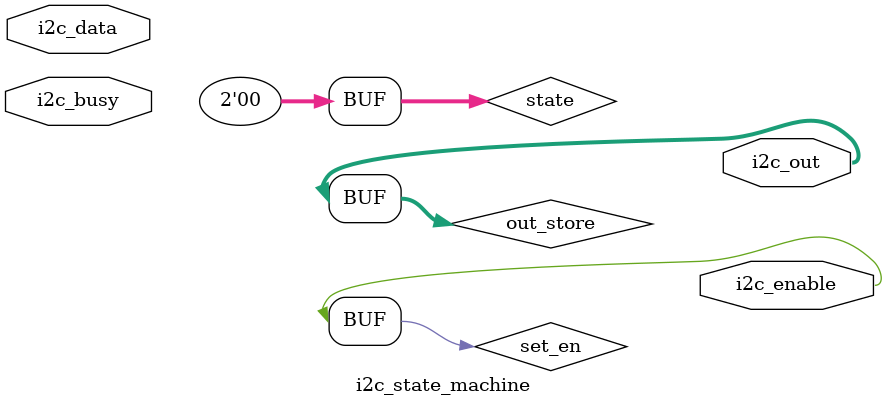
<source format=v>
`timescale 1ns / 1ps

module i2c_state_machine(
    input i2c_busy,
    input [15:0] i2c_data,
    output i2c_enable,
    output [15:0] i2c_out
    );
    reg [1:0] state;
    
    parameter [1:0] idle = 2'b00;
    parameter [1:0] busy = 2'b01;
    parameter [1:0] done = 2'b10;
    
    reg set_en;
    reg [15:0] out_store;
    
    always @(i2c_busy) begin
        case(state)
        idle: begin
            if (i2c_busy == 1'b0) begin
                set_en <= 1'b1;
                state <= busy;
            end
        end
        busy: begin
            if (i2c_busy == 1'b1) begin
                set_en <= 1'b0;
            end
            if (i2c_busy == 1'b0) begin
                state <= done;
            end
        end
        done: begin
            out_store <= i2c_data;
            state <= idle;
        end
        default: begin
            state <= idle;
        end
        
        endcase
    end
    
    assign i2c_out = out_store;
    assign i2c_enable = set_en;
endmodule

</source>
